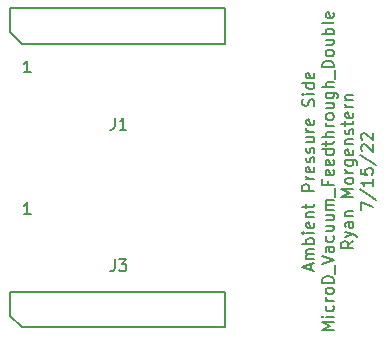
<source format=gbr>
%TF.GenerationSoftware,KiCad,Pcbnew,(5.1.10)-1*%
%TF.CreationDate,2022-07-15T13:15:33-06:00*%
%TF.ProjectId,Double_MicroD_25_Gateway,446f7562-6c65-45f4-9d69-63726f445f32,rev?*%
%TF.SameCoordinates,Original*%
%TF.FileFunction,Legend,Top*%
%TF.FilePolarity,Positive*%
%FSLAX46Y46*%
G04 Gerber Fmt 4.6, Leading zero omitted, Abs format (unit mm)*
G04 Created by KiCad (PCBNEW (5.1.10)-1) date 2022-07-15 13:15:33*
%MOMM*%
%LPD*%
G01*
G04 APERTURE LIST*
%ADD10C,0.150000*%
G04 APERTURE END LIST*
D10*
X16391666Y-8657142D02*
X16391666Y-8180952D01*
X16677380Y-8752380D02*
X15677380Y-8419047D01*
X16677380Y-8085714D01*
X16677380Y-7752380D02*
X16010714Y-7752380D01*
X16105952Y-7752380D02*
X16058333Y-7704761D01*
X16010714Y-7609523D01*
X16010714Y-7466666D01*
X16058333Y-7371428D01*
X16153571Y-7323809D01*
X16677380Y-7323809D01*
X16153571Y-7323809D02*
X16058333Y-7276190D01*
X16010714Y-7180952D01*
X16010714Y-7038095D01*
X16058333Y-6942857D01*
X16153571Y-6895238D01*
X16677380Y-6895238D01*
X16677380Y-6419047D02*
X15677380Y-6419047D01*
X16058333Y-6419047D02*
X16010714Y-6323809D01*
X16010714Y-6133333D01*
X16058333Y-6038095D01*
X16105952Y-5990476D01*
X16201190Y-5942857D01*
X16486904Y-5942857D01*
X16582142Y-5990476D01*
X16629761Y-6038095D01*
X16677380Y-6133333D01*
X16677380Y-6323809D01*
X16629761Y-6419047D01*
X16677380Y-5514285D02*
X16010714Y-5514285D01*
X15677380Y-5514285D02*
X15725000Y-5561904D01*
X15772619Y-5514285D01*
X15725000Y-5466666D01*
X15677380Y-5514285D01*
X15772619Y-5514285D01*
X16629761Y-4657142D02*
X16677380Y-4752380D01*
X16677380Y-4942857D01*
X16629761Y-5038095D01*
X16534523Y-5085714D01*
X16153571Y-5085714D01*
X16058333Y-5038095D01*
X16010714Y-4942857D01*
X16010714Y-4752380D01*
X16058333Y-4657142D01*
X16153571Y-4609523D01*
X16248809Y-4609523D01*
X16344047Y-5085714D01*
X16010714Y-4180952D02*
X16677380Y-4180952D01*
X16105952Y-4180952D02*
X16058333Y-4133333D01*
X16010714Y-4038095D01*
X16010714Y-3895238D01*
X16058333Y-3800000D01*
X16153571Y-3752380D01*
X16677380Y-3752380D01*
X16010714Y-3419047D02*
X16010714Y-3038095D01*
X15677380Y-3276190D02*
X16534523Y-3276190D01*
X16629761Y-3228571D01*
X16677380Y-3133333D01*
X16677380Y-3038095D01*
X16677380Y-1942857D02*
X15677380Y-1942857D01*
X15677380Y-1561904D01*
X15725000Y-1466666D01*
X15772619Y-1419047D01*
X15867857Y-1371428D01*
X16010714Y-1371428D01*
X16105952Y-1419047D01*
X16153571Y-1466666D01*
X16201190Y-1561904D01*
X16201190Y-1942857D01*
X16677380Y-942857D02*
X16010714Y-942857D01*
X16201190Y-942857D02*
X16105952Y-895238D01*
X16058333Y-847619D01*
X16010714Y-752380D01*
X16010714Y-657142D01*
X16629761Y57142D02*
X16677380Y-38095D01*
X16677380Y-228571D01*
X16629761Y-323809D01*
X16534523Y-371428D01*
X16153571Y-371428D01*
X16058333Y-323809D01*
X16010714Y-228571D01*
X16010714Y-38095D01*
X16058333Y57142D01*
X16153571Y104761D01*
X16248809Y104761D01*
X16344047Y-371428D01*
X16629761Y485714D02*
X16677380Y580952D01*
X16677380Y771428D01*
X16629761Y866666D01*
X16534523Y914285D01*
X16486904Y914285D01*
X16391666Y866666D01*
X16344047Y771428D01*
X16344047Y628571D01*
X16296428Y533333D01*
X16201190Y485714D01*
X16153571Y485714D01*
X16058333Y533333D01*
X16010714Y628571D01*
X16010714Y771428D01*
X16058333Y866666D01*
X16629761Y1295238D02*
X16677380Y1390476D01*
X16677380Y1580952D01*
X16629761Y1676190D01*
X16534523Y1723809D01*
X16486904Y1723809D01*
X16391666Y1676190D01*
X16344047Y1580952D01*
X16344047Y1438095D01*
X16296428Y1342857D01*
X16201190Y1295238D01*
X16153571Y1295238D01*
X16058333Y1342857D01*
X16010714Y1438095D01*
X16010714Y1580952D01*
X16058333Y1676190D01*
X16010714Y2580952D02*
X16677380Y2580952D01*
X16010714Y2152380D02*
X16534523Y2152380D01*
X16629761Y2200000D01*
X16677380Y2295238D01*
X16677380Y2438095D01*
X16629761Y2533333D01*
X16582142Y2580952D01*
X16677380Y3057142D02*
X16010714Y3057142D01*
X16201190Y3057142D02*
X16105952Y3104761D01*
X16058333Y3152380D01*
X16010714Y3247619D01*
X16010714Y3342857D01*
X16629761Y4057142D02*
X16677380Y3961904D01*
X16677380Y3771428D01*
X16629761Y3676190D01*
X16534523Y3628571D01*
X16153571Y3628571D01*
X16058333Y3676190D01*
X16010714Y3771428D01*
X16010714Y3961904D01*
X16058333Y4057142D01*
X16153571Y4104761D01*
X16248809Y4104761D01*
X16344047Y3628571D01*
X16629761Y5247619D02*
X16677380Y5390476D01*
X16677380Y5628571D01*
X16629761Y5723809D01*
X16582142Y5771428D01*
X16486904Y5819047D01*
X16391666Y5819047D01*
X16296428Y5771428D01*
X16248809Y5723809D01*
X16201190Y5628571D01*
X16153571Y5438095D01*
X16105952Y5342857D01*
X16058333Y5295238D01*
X15963095Y5247619D01*
X15867857Y5247619D01*
X15772619Y5295238D01*
X15725000Y5342857D01*
X15677380Y5438095D01*
X15677380Y5676190D01*
X15725000Y5819047D01*
X16677380Y6247619D02*
X16010714Y6247619D01*
X15677380Y6247619D02*
X15725000Y6200000D01*
X15772619Y6247619D01*
X15725000Y6295238D01*
X15677380Y6247619D01*
X15772619Y6247619D01*
X16677380Y7152380D02*
X15677380Y7152380D01*
X16629761Y7152380D02*
X16677380Y7057142D01*
X16677380Y6866666D01*
X16629761Y6771428D01*
X16582142Y6723809D01*
X16486904Y6676190D01*
X16201190Y6676190D01*
X16105952Y6723809D01*
X16058333Y6771428D01*
X16010714Y6866666D01*
X16010714Y7057142D01*
X16058333Y7152380D01*
X16629761Y8009523D02*
X16677380Y7914285D01*
X16677380Y7723809D01*
X16629761Y7628571D01*
X16534523Y7580952D01*
X16153571Y7580952D01*
X16058333Y7628571D01*
X16010714Y7723809D01*
X16010714Y7914285D01*
X16058333Y8009523D01*
X16153571Y8057142D01*
X16248809Y8057142D01*
X16344047Y7580952D01*
X18327380Y-13728571D02*
X17327380Y-13728571D01*
X18041666Y-13395238D01*
X17327380Y-13061904D01*
X18327380Y-13061904D01*
X18327380Y-12585714D02*
X17660714Y-12585714D01*
X17327380Y-12585714D02*
X17375000Y-12633333D01*
X17422619Y-12585714D01*
X17375000Y-12538095D01*
X17327380Y-12585714D01*
X17422619Y-12585714D01*
X18279761Y-11680952D02*
X18327380Y-11776190D01*
X18327380Y-11966666D01*
X18279761Y-12061904D01*
X18232142Y-12109523D01*
X18136904Y-12157142D01*
X17851190Y-12157142D01*
X17755952Y-12109523D01*
X17708333Y-12061904D01*
X17660714Y-11966666D01*
X17660714Y-11776190D01*
X17708333Y-11680952D01*
X18327380Y-11252380D02*
X17660714Y-11252380D01*
X17851190Y-11252380D02*
X17755952Y-11204761D01*
X17708333Y-11157142D01*
X17660714Y-11061904D01*
X17660714Y-10966666D01*
X18327380Y-10490476D02*
X18279761Y-10585714D01*
X18232142Y-10633333D01*
X18136904Y-10680952D01*
X17851190Y-10680952D01*
X17755952Y-10633333D01*
X17708333Y-10585714D01*
X17660714Y-10490476D01*
X17660714Y-10347619D01*
X17708333Y-10252380D01*
X17755952Y-10204761D01*
X17851190Y-10157142D01*
X18136904Y-10157142D01*
X18232142Y-10204761D01*
X18279761Y-10252380D01*
X18327380Y-10347619D01*
X18327380Y-10490476D01*
X18327380Y-9728571D02*
X17327380Y-9728571D01*
X17327380Y-9490476D01*
X17375000Y-9347619D01*
X17470238Y-9252380D01*
X17565476Y-9204761D01*
X17755952Y-9157142D01*
X17898809Y-9157142D01*
X18089285Y-9204761D01*
X18184523Y-9252380D01*
X18279761Y-9347619D01*
X18327380Y-9490476D01*
X18327380Y-9728571D01*
X18422619Y-8966666D02*
X18422619Y-8204761D01*
X17327380Y-8109523D02*
X18327380Y-7776190D01*
X17327380Y-7442857D01*
X18327380Y-6680952D02*
X17803571Y-6680952D01*
X17708333Y-6728571D01*
X17660714Y-6823809D01*
X17660714Y-7014285D01*
X17708333Y-7109523D01*
X18279761Y-6680952D02*
X18327380Y-6776190D01*
X18327380Y-7014285D01*
X18279761Y-7109523D01*
X18184523Y-7157142D01*
X18089285Y-7157142D01*
X17994047Y-7109523D01*
X17946428Y-7014285D01*
X17946428Y-6776190D01*
X17898809Y-6680952D01*
X18279761Y-5776190D02*
X18327380Y-5871428D01*
X18327380Y-6061904D01*
X18279761Y-6157142D01*
X18232142Y-6204761D01*
X18136904Y-6252380D01*
X17851190Y-6252380D01*
X17755952Y-6204761D01*
X17708333Y-6157142D01*
X17660714Y-6061904D01*
X17660714Y-5871428D01*
X17708333Y-5776190D01*
X17660714Y-4919047D02*
X18327380Y-4919047D01*
X17660714Y-5347619D02*
X18184523Y-5347619D01*
X18279761Y-5300000D01*
X18327380Y-5204761D01*
X18327380Y-5061904D01*
X18279761Y-4966666D01*
X18232142Y-4919047D01*
X17660714Y-4014285D02*
X18327380Y-4014285D01*
X17660714Y-4442857D02*
X18184523Y-4442857D01*
X18279761Y-4395238D01*
X18327380Y-4300000D01*
X18327380Y-4157142D01*
X18279761Y-4061904D01*
X18232142Y-4014285D01*
X18327380Y-3538095D02*
X17660714Y-3538095D01*
X17755952Y-3538095D02*
X17708333Y-3490476D01*
X17660714Y-3395238D01*
X17660714Y-3252380D01*
X17708333Y-3157142D01*
X17803571Y-3109523D01*
X18327380Y-3109523D01*
X17803571Y-3109523D02*
X17708333Y-3061904D01*
X17660714Y-2966666D01*
X17660714Y-2823809D01*
X17708333Y-2728571D01*
X17803571Y-2680952D01*
X18327380Y-2680952D01*
X18422619Y-2442857D02*
X18422619Y-1680952D01*
X17803571Y-1109523D02*
X17803571Y-1442857D01*
X18327380Y-1442857D02*
X17327380Y-1442857D01*
X17327380Y-966666D01*
X18279761Y-204761D02*
X18327380Y-300000D01*
X18327380Y-490476D01*
X18279761Y-585714D01*
X18184523Y-633333D01*
X17803571Y-633333D01*
X17708333Y-585714D01*
X17660714Y-490476D01*
X17660714Y-300000D01*
X17708333Y-204761D01*
X17803571Y-157142D01*
X17898809Y-157142D01*
X17994047Y-633333D01*
X18279761Y652380D02*
X18327380Y557142D01*
X18327380Y366666D01*
X18279761Y271428D01*
X18184523Y223809D01*
X17803571Y223809D01*
X17708333Y271428D01*
X17660714Y366666D01*
X17660714Y557142D01*
X17708333Y652380D01*
X17803571Y699999D01*
X17898809Y699999D01*
X17994047Y223809D01*
X18327380Y1557142D02*
X17327380Y1557142D01*
X18279761Y1557142D02*
X18327380Y1461904D01*
X18327380Y1271428D01*
X18279761Y1176190D01*
X18232142Y1128571D01*
X18136904Y1080952D01*
X17851190Y1080952D01*
X17755952Y1128571D01*
X17708333Y1176190D01*
X17660714Y1271428D01*
X17660714Y1461904D01*
X17708333Y1557142D01*
X17660714Y1890476D02*
X17660714Y2271428D01*
X17327380Y2033333D02*
X18184523Y2033333D01*
X18279761Y2080952D01*
X18327380Y2176190D01*
X18327380Y2271428D01*
X18327380Y2604761D02*
X17327380Y2604761D01*
X18327380Y3033333D02*
X17803571Y3033333D01*
X17708333Y2985714D01*
X17660714Y2890476D01*
X17660714Y2747619D01*
X17708333Y2652380D01*
X17755952Y2604761D01*
X18327380Y3509523D02*
X17660714Y3509523D01*
X17851190Y3509523D02*
X17755952Y3557142D01*
X17708333Y3604761D01*
X17660714Y3699999D01*
X17660714Y3795238D01*
X18327380Y4271428D02*
X18279761Y4176190D01*
X18232142Y4128571D01*
X18136904Y4080952D01*
X17851190Y4080952D01*
X17755952Y4128571D01*
X17708333Y4176190D01*
X17660714Y4271428D01*
X17660714Y4414285D01*
X17708333Y4509523D01*
X17755952Y4557142D01*
X17851190Y4604761D01*
X18136904Y4604761D01*
X18232142Y4557142D01*
X18279761Y4509523D01*
X18327380Y4414285D01*
X18327380Y4271428D01*
X17660714Y5461904D02*
X18327380Y5461904D01*
X17660714Y5033333D02*
X18184523Y5033333D01*
X18279761Y5080952D01*
X18327380Y5176190D01*
X18327380Y5319047D01*
X18279761Y5414285D01*
X18232142Y5461904D01*
X17660714Y6366666D02*
X18470238Y6366666D01*
X18565476Y6319047D01*
X18613095Y6271428D01*
X18660714Y6176190D01*
X18660714Y6033333D01*
X18613095Y5938095D01*
X18279761Y6366666D02*
X18327380Y6271428D01*
X18327380Y6080952D01*
X18279761Y5985714D01*
X18232142Y5938095D01*
X18136904Y5890476D01*
X17851190Y5890476D01*
X17755952Y5938095D01*
X17708333Y5985714D01*
X17660714Y6080952D01*
X17660714Y6271428D01*
X17708333Y6366666D01*
X18327380Y6842857D02*
X17327380Y6842857D01*
X18327380Y7271428D02*
X17803571Y7271428D01*
X17708333Y7223809D01*
X17660714Y7128571D01*
X17660714Y6985714D01*
X17708333Y6890476D01*
X17755952Y6842857D01*
X18422619Y7509523D02*
X18422619Y8271428D01*
X18327380Y8509523D02*
X17327380Y8509523D01*
X17327380Y8747619D01*
X17375000Y8890476D01*
X17470238Y8985714D01*
X17565476Y9033333D01*
X17755952Y9080952D01*
X17898809Y9080952D01*
X18089285Y9033333D01*
X18184523Y8985714D01*
X18279761Y8890476D01*
X18327380Y8747619D01*
X18327380Y8509523D01*
X18327380Y9652380D02*
X18279761Y9557142D01*
X18232142Y9509523D01*
X18136904Y9461904D01*
X17851190Y9461904D01*
X17755952Y9509523D01*
X17708333Y9557142D01*
X17660714Y9652380D01*
X17660714Y9795238D01*
X17708333Y9890476D01*
X17755952Y9938095D01*
X17851190Y9985714D01*
X18136904Y9985714D01*
X18232142Y9938095D01*
X18279761Y9890476D01*
X18327380Y9795238D01*
X18327380Y9652380D01*
X17660714Y10842857D02*
X18327380Y10842857D01*
X17660714Y10414285D02*
X18184523Y10414285D01*
X18279761Y10461904D01*
X18327380Y10557142D01*
X18327380Y10699999D01*
X18279761Y10795238D01*
X18232142Y10842857D01*
X18327380Y11319047D02*
X17327380Y11319047D01*
X17708333Y11319047D02*
X17660714Y11414285D01*
X17660714Y11604761D01*
X17708333Y11699999D01*
X17755952Y11747619D01*
X17851190Y11795238D01*
X18136904Y11795238D01*
X18232142Y11747619D01*
X18279761Y11699999D01*
X18327380Y11604761D01*
X18327380Y11414285D01*
X18279761Y11319047D01*
X18327380Y12366666D02*
X18279761Y12271428D01*
X18184523Y12223809D01*
X17327380Y12223809D01*
X18279761Y13128571D02*
X18327380Y13033333D01*
X18327380Y12842857D01*
X18279761Y12747619D01*
X18184523Y12699999D01*
X17803571Y12699999D01*
X17708333Y12747619D01*
X17660714Y12842857D01*
X17660714Y13033333D01*
X17708333Y13128571D01*
X17803571Y13176190D01*
X17898809Y13176190D01*
X17994047Y12699999D01*
X19977380Y-6204761D02*
X19501190Y-6538095D01*
X19977380Y-6776190D02*
X18977380Y-6776190D01*
X18977380Y-6395238D01*
X19025000Y-6300000D01*
X19072619Y-6252380D01*
X19167857Y-6204761D01*
X19310714Y-6204761D01*
X19405952Y-6252380D01*
X19453571Y-6300000D01*
X19501190Y-6395238D01*
X19501190Y-6776190D01*
X19310714Y-5871428D02*
X19977380Y-5633333D01*
X19310714Y-5395238D02*
X19977380Y-5633333D01*
X20215476Y-5728571D01*
X20263095Y-5776190D01*
X20310714Y-5871428D01*
X19977380Y-4585714D02*
X19453571Y-4585714D01*
X19358333Y-4633333D01*
X19310714Y-4728571D01*
X19310714Y-4919047D01*
X19358333Y-5014285D01*
X19929761Y-4585714D02*
X19977380Y-4680952D01*
X19977380Y-4919047D01*
X19929761Y-5014285D01*
X19834523Y-5061904D01*
X19739285Y-5061904D01*
X19644047Y-5014285D01*
X19596428Y-4919047D01*
X19596428Y-4680952D01*
X19548809Y-4585714D01*
X19310714Y-4109523D02*
X19977380Y-4109523D01*
X19405952Y-4109523D02*
X19358333Y-4061904D01*
X19310714Y-3966666D01*
X19310714Y-3823809D01*
X19358333Y-3728571D01*
X19453571Y-3680952D01*
X19977380Y-3680952D01*
X19977380Y-2442857D02*
X18977380Y-2442857D01*
X19691666Y-2109523D01*
X18977380Y-1776190D01*
X19977380Y-1776190D01*
X19977380Y-1157142D02*
X19929761Y-1252380D01*
X19882142Y-1300000D01*
X19786904Y-1347619D01*
X19501190Y-1347619D01*
X19405952Y-1300000D01*
X19358333Y-1252380D01*
X19310714Y-1157142D01*
X19310714Y-1014285D01*
X19358333Y-919047D01*
X19405952Y-871428D01*
X19501190Y-823809D01*
X19786904Y-823809D01*
X19882142Y-871428D01*
X19929761Y-919047D01*
X19977380Y-1014285D01*
X19977380Y-1157142D01*
X19977380Y-395238D02*
X19310714Y-395238D01*
X19501190Y-395238D02*
X19405952Y-347619D01*
X19358333Y-300000D01*
X19310714Y-204761D01*
X19310714Y-109523D01*
X19310714Y652380D02*
X20120238Y652380D01*
X20215476Y604761D01*
X20263095Y557142D01*
X20310714Y461904D01*
X20310714Y319047D01*
X20263095Y223809D01*
X19929761Y652380D02*
X19977380Y557142D01*
X19977380Y366666D01*
X19929761Y271428D01*
X19882142Y223809D01*
X19786904Y176190D01*
X19501190Y176190D01*
X19405952Y223809D01*
X19358333Y271428D01*
X19310714Y366666D01*
X19310714Y557142D01*
X19358333Y652380D01*
X19929761Y1509523D02*
X19977380Y1414285D01*
X19977380Y1223809D01*
X19929761Y1128571D01*
X19834523Y1080952D01*
X19453571Y1080952D01*
X19358333Y1128571D01*
X19310714Y1223809D01*
X19310714Y1414285D01*
X19358333Y1509523D01*
X19453571Y1557142D01*
X19548809Y1557142D01*
X19644047Y1080952D01*
X19310714Y1985714D02*
X19977380Y1985714D01*
X19405952Y1985714D02*
X19358333Y2033333D01*
X19310714Y2128571D01*
X19310714Y2271428D01*
X19358333Y2366666D01*
X19453571Y2414285D01*
X19977380Y2414285D01*
X19929761Y2842857D02*
X19977380Y2938095D01*
X19977380Y3128571D01*
X19929761Y3223809D01*
X19834523Y3271428D01*
X19786904Y3271428D01*
X19691666Y3223809D01*
X19644047Y3128571D01*
X19644047Y2985714D01*
X19596428Y2890476D01*
X19501190Y2842857D01*
X19453571Y2842857D01*
X19358333Y2890476D01*
X19310714Y2985714D01*
X19310714Y3128571D01*
X19358333Y3223809D01*
X19310714Y3557142D02*
X19310714Y3938095D01*
X18977380Y3700000D02*
X19834523Y3700000D01*
X19929761Y3747619D01*
X19977380Y3842857D01*
X19977380Y3938095D01*
X19929761Y4652380D02*
X19977380Y4557142D01*
X19977380Y4366666D01*
X19929761Y4271428D01*
X19834523Y4223809D01*
X19453571Y4223809D01*
X19358333Y4271428D01*
X19310714Y4366666D01*
X19310714Y4557142D01*
X19358333Y4652380D01*
X19453571Y4699999D01*
X19548809Y4699999D01*
X19644047Y4223809D01*
X19977380Y5128571D02*
X19310714Y5128571D01*
X19501190Y5128571D02*
X19405952Y5176190D01*
X19358333Y5223809D01*
X19310714Y5319047D01*
X19310714Y5414285D01*
X19310714Y5747619D02*
X19977380Y5747619D01*
X19405952Y5747619D02*
X19358333Y5795238D01*
X19310714Y5890476D01*
X19310714Y6033333D01*
X19358333Y6128571D01*
X19453571Y6176190D01*
X19977380Y6176190D01*
X20627380Y-3585714D02*
X20627380Y-2919047D01*
X21627380Y-3347619D01*
X20579761Y-1823809D02*
X21865476Y-2680952D01*
X21627380Y-966666D02*
X21627380Y-1538095D01*
X21627380Y-1252380D02*
X20627380Y-1252380D01*
X20770238Y-1347619D01*
X20865476Y-1442857D01*
X20913095Y-1538095D01*
X20627380Y-61904D02*
X20627380Y-538095D01*
X21103571Y-585714D01*
X21055952Y-538095D01*
X21008333Y-442857D01*
X21008333Y-204761D01*
X21055952Y-109523D01*
X21103571Y-61904D01*
X21198809Y-14285D01*
X21436904Y-14285D01*
X21532142Y-61904D01*
X21579761Y-109523D01*
X21627380Y-204761D01*
X21627380Y-442857D01*
X21579761Y-538095D01*
X21532142Y-585714D01*
X20579761Y1128571D02*
X21865476Y271428D01*
X20722619Y1414285D02*
X20675000Y1461904D01*
X20627380Y1557142D01*
X20627380Y1795238D01*
X20675000Y1890476D01*
X20722619Y1938095D01*
X20817857Y1985714D01*
X20913095Y1985714D01*
X21055952Y1938095D01*
X21627380Y1366666D01*
X21627380Y1985714D01*
X20722619Y2366666D02*
X20675000Y2414285D01*
X20627380Y2509523D01*
X20627380Y2747619D01*
X20675000Y2842857D01*
X20722619Y2890476D01*
X20817857Y2938095D01*
X20913095Y2938095D01*
X21055952Y2890476D01*
X21627380Y2319047D01*
X21627380Y2938095D01*
%TO.C,J4*%
X9080000Y-13510000D02*
X-8080000Y-13510000D01*
X9080000Y-10490000D02*
X9080000Y-13510000D01*
X-9080000Y-10490000D02*
X9080000Y-10490000D01*
X-9080000Y-12510000D02*
X-9080000Y-10490000D01*
X-8080000Y-13510000D02*
X-9080000Y-12510000D01*
%TO.C,J2*%
X9080000Y10490000D02*
X-8080000Y10490000D01*
X9080000Y13510000D02*
X9080000Y10490000D01*
X-9080000Y13510000D02*
X9080000Y13510000D01*
X-9080000Y11490000D02*
X-9080000Y13510000D01*
X-8080000Y10490000D02*
X-9080000Y11490000D01*
%TO.C,J3*%
X-233333Y-7752380D02*
X-233333Y-8466666D01*
X-280952Y-8609523D01*
X-376190Y-8704761D01*
X-519047Y-8752380D01*
X-614285Y-8752380D01*
X147619Y-7752380D02*
X766666Y-7752380D01*
X433333Y-8133333D01*
X576190Y-8133333D01*
X671428Y-8180952D01*
X719047Y-8228571D01*
X766666Y-8323809D01*
X766666Y-8561904D01*
X719047Y-8657142D01*
X671428Y-8704761D01*
X576190Y-8752380D01*
X290476Y-8752380D01*
X195238Y-8704761D01*
X147619Y-8657142D01*
X-7334285Y-3912380D02*
X-7905714Y-3912380D01*
X-7620000Y-3912380D02*
X-7620000Y-2912380D01*
X-7715238Y-3055238D01*
X-7810476Y-3150476D01*
X-7905714Y-3198095D01*
%TO.C,J1*%
X-233333Y4247619D02*
X-233333Y3533333D01*
X-280952Y3390476D01*
X-376190Y3295238D01*
X-519047Y3247619D01*
X-614285Y3247619D01*
X766666Y3247619D02*
X195238Y3247619D01*
X480952Y3247619D02*
X480952Y4247619D01*
X385714Y4104761D01*
X290476Y4009523D01*
X195238Y3961904D01*
X-7334285Y8087619D02*
X-7905714Y8087619D01*
X-7620000Y8087619D02*
X-7620000Y9087619D01*
X-7715238Y8944761D01*
X-7810476Y8849523D01*
X-7905714Y8801904D01*
%TD*%
M02*

</source>
